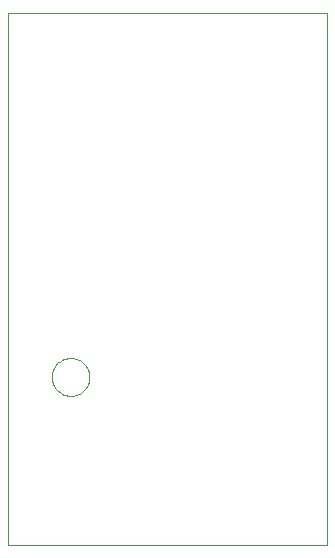
<source format=gko>
G75*
G70*
%OFA0B0*%
%FSLAX24Y24*%
%IPPOS*%
%LPD*%
%AMOC8*
5,1,8,0,0,1.08239X$1,22.5*
%
%ADD10C,0.0000*%
D10*
X000100Y000100D02*
X000112Y017836D01*
X010738Y017813D01*
X010738Y000100D01*
X000100Y000100D01*
X001557Y005691D02*
X001559Y005741D01*
X001565Y005791D01*
X001575Y005840D01*
X001589Y005888D01*
X001606Y005935D01*
X001627Y005980D01*
X001652Y006024D01*
X001680Y006065D01*
X001712Y006104D01*
X001746Y006141D01*
X001783Y006175D01*
X001823Y006205D01*
X001865Y006232D01*
X001909Y006256D01*
X001955Y006277D01*
X002002Y006293D01*
X002050Y006306D01*
X002100Y006315D01*
X002149Y006320D01*
X002200Y006321D01*
X002250Y006318D01*
X002299Y006311D01*
X002348Y006300D01*
X002396Y006285D01*
X002442Y006267D01*
X002487Y006245D01*
X002530Y006219D01*
X002571Y006190D01*
X002610Y006158D01*
X002646Y006123D01*
X002678Y006085D01*
X002708Y006045D01*
X002735Y006002D01*
X002758Y005958D01*
X002777Y005912D01*
X002793Y005864D01*
X002805Y005815D01*
X002813Y005766D01*
X002817Y005716D01*
X002817Y005666D01*
X002813Y005616D01*
X002805Y005567D01*
X002793Y005518D01*
X002777Y005470D01*
X002758Y005424D01*
X002735Y005380D01*
X002708Y005337D01*
X002678Y005297D01*
X002646Y005259D01*
X002610Y005224D01*
X002571Y005192D01*
X002530Y005163D01*
X002487Y005137D01*
X002442Y005115D01*
X002396Y005097D01*
X002348Y005082D01*
X002299Y005071D01*
X002250Y005064D01*
X002200Y005061D01*
X002149Y005062D01*
X002100Y005067D01*
X002050Y005076D01*
X002002Y005089D01*
X001955Y005105D01*
X001909Y005126D01*
X001865Y005150D01*
X001823Y005177D01*
X001783Y005207D01*
X001746Y005241D01*
X001712Y005278D01*
X001680Y005317D01*
X001652Y005358D01*
X001627Y005402D01*
X001606Y005447D01*
X001589Y005494D01*
X001575Y005542D01*
X001565Y005591D01*
X001559Y005641D01*
X001557Y005691D01*
M02*

</source>
